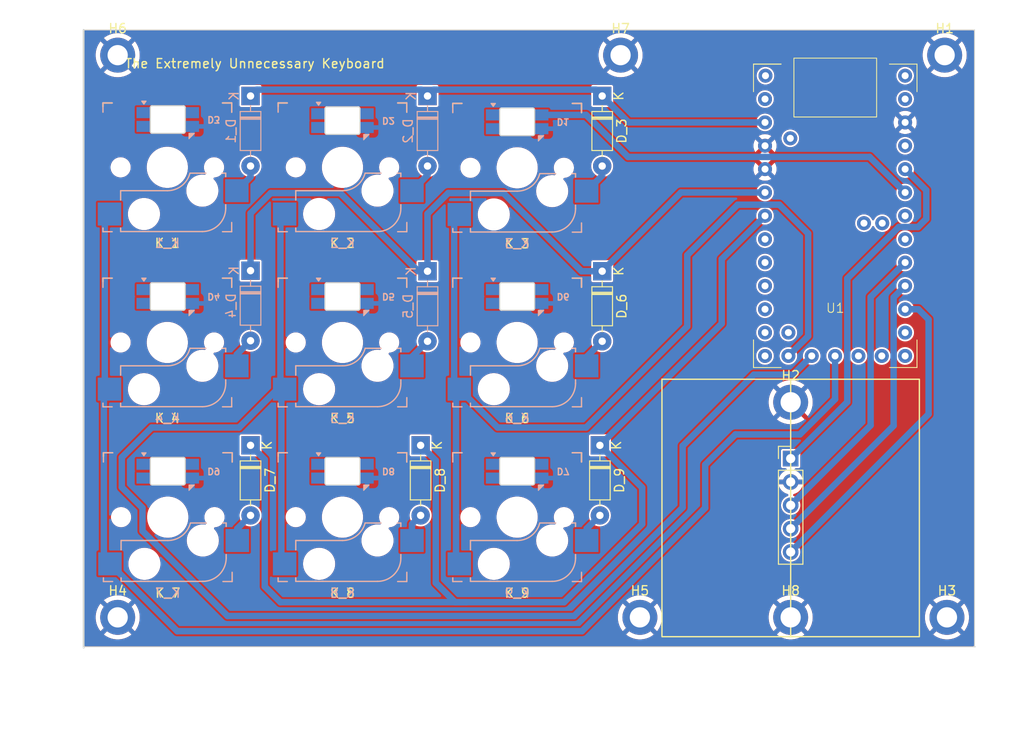
<source format=kicad_pcb>
(kicad_pcb (version 20241229) (generator "pcbnew") (generator_version "9.0")
  (layers (0 "F.Cu" signal) (2 "B.Cu" signal) (13 "F.Paste" user) (15 "B.Paste" user) (5 "F.SilkS" user "F.Silkscreen") (7 "B.SilkS" user "B.Silkscreen") (1 "F.Mask" user) (3 "B.Mask" user) (25 "Edge.Cuts" user))
  (net 0 "")
  (net 1 "col0")
  (net 2 "col1")
  (net 3 "row0")
  (net 4 "row1")
  (net 5 "Net-(D_4-A)")
  (net 6 "Net-(D_5-A)")
  (net 7 "Net-(D1-DOUT)")
  (net 9 "Net-(D2-DOUT)")
  (net 10 "Net-(D3-DOUT)")
  (net 19 "LED_POWER")
  (net 20 "GND")
  (net 21 "LED")
  (net 24 "IO2")
  (net 25 "3V3")
  (net 26 "IO3")
  (net 27 "IO1")
  (net 37 "Net-(D4-DOUT)")
  (net 38 "Net-(D5-DOUT)")
  (net 39 "Net-(D6-DOUT)")
  (net 40 "Net-(D7-DOUT)")
  (net 41 "Net-(D8-DOUT)")
  (net 43 "Net-(D_1-A)")
  (net 44 "Net-(D_2-A)")
  (net 45 "Net-(D_3-A)")
  (net 46 "Net-(D_6-A)")
  (net 47 "Net-(D_7-A)")
  (net 48 "row2")
  (net 49 "Net-(D_8-A)")
  (net 50 "Net-(D_9-A)")
  (net 51 "col2")
  (footprint "EUK:Kailh_socket_MX" (layer "F.Cu") (at 190.2 144.95 180)
    (property "Reference" "K_1" (at 0 -8.255 0) (layer "F.SilkS"))
    (property "Value" "KEYSW" (hide yes))
    (fp_text user "${REFERENCE}" (at 0 -8.255 0) (layer "B.SilkS") (effects (justify mirror)))
    (pad "" np_thru_hole circle (at -5.08 0 180) (size 1.7018 1.7018) (drill 1.7018) (layers "*.Cu" "*.Mask"))
    (pad "" np_thru_hole circle (at -3.81 -2.54 180) (size 3 3) (drill 3) (layers "*.Cu" "*.Mask"))
    (pad "" np_thru_hole circle (at 0 0 180) (size 3.9878 3.9878) (drill 3.9878) (layers "*.Cu" "*.Mask"))
    (pad "" np_thru_hole circle (at 2.54 -5.08 180) (size 3 3) (drill 3) (layers "*.Cu" "*.Mask"))
    (pad "" np_thru_hole circle (at 5.08 0 180) (size 1.7018 1.7018) (drill 1.7018) (layers "*.Cu" "*.Mask"))
    (pad "1" smd rect (at 6.29 -5.08 180) (size 2.55 2.5) (layers "B.Cu" "B.Mask" "B.Paste") (net 1 "col0"))
    (pad "2" smd rect (at -7.56 -2.54 180) (size 2.55 2.5) (layers "B.Cu" "B.Mask" "B.Paste") (net 43 "Net-(D_1-A)"))
  )
  (footprint "EUK:Kailh_socket_MX" (layer "F.Cu") (at 209.25 144.95 180)
    (property "Reference" "K_2" (at 0 -8.255 0) (layer "F.SilkS"))
    (property "Value" "KEYSW")
    (fp_text user "${REFERENCE}" (at 0 -8.255 0) (layer "B.SilkS") (effects (justify mirror)))
    (pad "" np_thru_hole circle (at -5.08 0 180) (size 1.7018 1.7018) (drill 1.7018) (layers "*.Cu" "*.Mask"))
    (pad "" np_thru_hole circle (at -3.81 -2.54 180) (size 3 3) (drill 3) (layers "*.Cu" "*.Mask"))
    (pad "" np_thru_hole circle (at 0 0 180) (size 3.9878 3.9878) (drill 3.9878) (layers "*.Cu" "*.Mask"))
    (pad "" np_thru_hole circle (at 2.54 -5.08 180) (size 3 3) (drill 3) (layers "*.Cu" "*.Mask"))
    (pad "" np_thru_hole circle (at 5.08 0 180) (size 1.7018 1.7018) (drill 1.7018) (layers "*.Cu" "*.Mask"))
    (pad "1" smd rect (at 6.29 -5.08 180) (size 2.55 2.5) (layers "B.Cu" "B.Mask" "B.Paste") (net 2 "col1"))
    (pad "2" smd rect (at -7.56 -2.54 180) (size 2.55 2.5) (layers "B.Cu" "B.Mask" "B.Paste") (net 44 "Net-(D_2-A)"))
  )
  (footprint "EUK:Kailh_socket_MX" (layer "F.Cu") (at 190.2 164 180)
    (property "Reference" "K_4" (at 0 -8.255 0) (layer "F.SilkS"))
    (property "Value" "KEYSW")
    (fp_text user "${REFERENCE}" (at 0 -8.255 0) (layer "B.SilkS") (effects (justify mirror)))
    (pad "" np_thru_hole circle (at -5.08 0 180) (size 1.7018 1.7018) (drill 1.7018) (layers "*.Cu" "*.Mask"))
    (pad "" np_thru_hole circle (at -3.81 -2.54 180) (size 3 3) (drill 3) (layers "*.Cu" "*.Mask"))
    (pad "" np_thru_hole circle (at 0 0 180) (size 3.9878 3.9878) (drill 3.9878) (layers "*.Cu" "*.Mask"))
    (pad "" np_thru_hole circle (at 2.54 -5.08 180) (size 3 3) (drill 3) (layers "*.Cu" "*.Mask"))
    (pad "" np_thru_hole circle (at 5.08 0 180) (size 1.7018 1.7018) (drill 1.7018) (layers "*.Cu" "*.Mask"))
    (pad "1" smd rect (at 6.29 -5.08 180) (size 2.55 2.5) (layers "B.Cu" "B.Mask" "B.Paste") (net 1 "col0"))
    (pad "2" smd rect (at -7.56 -2.54 180) (size 2.55 2.5) (layers "B.Cu" "B.Mask" "B.Paste") (net 5 "Net-(D_4-A)"))
  )
  (footprint "EUK:Kailh_socket_MX" (layer "F.Cu") (at 209.25 164 180)
    (property "Reference" "K_5" (at 0 -8.255 0) (layer "F.SilkS"))
    (property "Value" "KEYSW")
    (fp_text user "${REFERENCE}" (at 0 -8.255 0) (layer "B.SilkS") (effects (justify mirror)))
    (pad "" np_thru_hole circle (at -5.08 0 180) (size 1.7018 1.7018) (drill 1.7018) (layers "*.Cu" "*.Mask"))
    (pad "" np_thru_hole circle (at -3.81 -2.54 180) (size 3 3) (drill 3) (layers "*.Cu" "*.Mask"))
    (pad "" np_thru_hole circle (at 0 0 180) (size 3.9878 3.9878) (drill 3.9878) (layers "*.Cu" "*.Mask"))
    (pad "" np_thru_hole circle (at 2.54 -5.08 180) (size 3 3) (drill 3) (layers "*.Cu" "*.Mask"))
    (pad "" np_thru_hole circle (at 5.08 0 180) (size 1.7018 1.7018) (drill 1.7018) (layers "*.Cu" "*.Mask"))
    (pad "1" smd rect (at 6.29 -5.08 180) (size 2.55 2.5) (layers "B.Cu" "B.Mask" "B.Paste") (net 2 "col1"))
    (pad "2" smd rect (at -7.56 -2.54 180) (size 2.55 2.5) (layers "B.Cu" "B.Mask" "B.Paste") (net 6 "Net-(D_5-A)"))
  )
  (footprint "MountingHole:MountingHole_2.2mm_M2_DIN965_Pad" (layer "F.Cu") (at 258 193.9)
    (property "Reference" "H8" (at 0 -2.9 0) (layer "F.SilkS"))
    (property "Value" "MountingHole_Pad_MP")
    (pad "1" thru_hole circle (at 0 0) (size 3.8 3.8) (drill 2.2) (layers "*.Cu" "*.Mask") (net 20 "GND"))
  )
  (footprint "EUK:SK6812-MINI-E" (layer "F.Cu") (at 209.25 139.86875)
    (property "Reference" "D2" (at 5 0 180) (layer "B.SilkS") (effects (font (size 0.7 0.7)) (justify mirror)))
    (property "Value" "WS2812B" (hide yes))
    (fp_line (start -1.9 1.3) (end -1.9 -1.3) (stroke (width 0.12)) (layer "Edge.Cuts"))
    (fp_line (start -1.7 -1.5) (end 1.7 -1.5) (stroke (width 0.12)) (layer "Edge.Cuts"))
    (fp_line (start 1.7 1.5) (end -1.7 1.5) (stroke (width 0.12)) (layer "Edge.Cuts"))
    (fp_line (start 1.9 -1.3) (end 1.9 1.3) (stroke (width 0.12)) (layer "Edge.Cuts"))
    (fp_arc (start -1.9 -1.3) (mid -1.841421 -1.441421) (end -1.7 -1.5) (stroke (width 0.12)) (layer "Edge.Cuts"))
    (fp_arc (start -1.7 1.5) (mid -1.841421 1.441421) (end -1.9 1.3) (stroke (width 0.12)) (layer "Edge.Cuts"))
    (fp_arc (start 1.7 -1.5) (mid 1.841421 -1.441421) (end 1.9 -1.3) (stroke (width 0.12)) (layer "Edge.Cuts"))
    (fp_arc (start 1.9 1.3) (mid 1.841421 1.441421) (end 1.7 1.5) (stroke (width 0.12)) (layer "Edge.Cuts"))
    (pad "1" smd rect (at -2.675 0.75) (size 1.45 1.2) (layers "B.Cu" "B.Mask" "B.Paste") (net 9 "Net-(D2-DOUT)"))
    (pad "2" smd rect (at 2.675 0.75) (size 1.45 1.2) (layers "B.Cu" "B.Mask" "B.Paste") (net 20 "GND"))
    (pad "3" smd rect (at 2.675 -0.75) (size 1.45 1.2) (layers "B.Cu" "B.Mask" "B.Paste") (net 7 "Net-(D1-DOUT)"))
    (pad "4" smd rect (at -2.675 -0.75) (size 1.45 1.2) (layers "B.Cu" "B.Mask" "B.Paste") (net 19 "LED_POWER"))
  )
  (footprint "EUK:D_DO-35_SOD27_P7.62mm_Horizontal" (layer "F.Cu") (at 199.25 175.19 -90)
    (property "Reference" "D_7" (at 3.81 -2.12 90) (layer "F.SilkS"))
    (property "Value" "D")
    (fp_text user "K" (at 0 -1.8 90) (layer "F.SilkS"))
    (pad "1" thru_hole rect (at 0 0 270) (size 2 2) (drill 0.8) (layers "*.Cu" "*.Mask") (net 48 "row2"))
    (pad "2" thru_hole oval (at 7.62 0 270) (size 2 2) (drill 0.8) (layers "*.Cu" "*.Mask") (net 47 "Net-(D_7-A)"))
  )
  (footprint "EUK:D_DO-35_SOD27_P7.62mm_Horizontal" (layer "F.Cu") (at 217.75 175.19 -90)
    (property "Reference" "D_8" (at 3.81 -2.12 90) (layer "F.SilkS"))
    (property "Value" "D")
    (fp_text user "K" (at 0 -1.8 90) (layer "F.SilkS"))
    (pad "1" thru_hole rect (at 0 0 270) (size 2 2) (drill 0.8) (layers "*.Cu" "*.Mask") (net 48 "row2"))
    (pad "2" thru_hole oval (at 7.62 0 270) (size 2 2) (drill 0.8) (layers "*.Cu" "*.Mask") (net 49 "Net-(D_8-A)"))
  )
  (footprint "EUK:SK6812-MINI-E" (layer "F.Cu") (at 209.25 159)
    (property "Reference" "D5" (at 5 0 180) (layer "B.SilkS") (effects (font (size 0.7 0.7)) (justify mirror)))
    (property "Value" "WS2812B" (hide yes))
    (fp_line (start -1.9 1.3) (end -1.9 -1.3) (stroke (width 0.12)) (layer "Edge.Cuts"))
    (fp_line (start -1.7 -1.5) (end 1.7 -1.5) (stroke (width 0.12)) (layer "Edge.Cuts"))
    (fp_line (start 1.7 1.5) (end -1.7 1.5) (stroke (width 0.12)) (layer "Edge.Cuts"))
    (fp_line (start 1.9 -1.3) (end 1.9 1.3) (stroke (width 0.12)) (layer "Edge.Cuts"))
    (fp_arc (start -1.9 -1.3) (mid -1.841421 -1.441421) (end -1.7 -1.5) (stroke (width 0.12)) (layer "Edge.Cuts"))
    (fp_arc (start -1.7 1.5) (mid -1.841421 1.441421) (end -1.9 1.3) (stroke (width 0.12)) (layer "Edge.Cuts"))
    (fp_arc (start 1.7 -1.5) (mid 1.841421 -1.441421) (end 1.9 -1.3) (stroke (width 0.12)) (layer "Edge.Cuts"))
    (fp_arc (start 1.9 1.3) (mid 1.841421 1.441421) (end 1.7 1.5) (stroke (width 0.12)) (layer "Edge.Cuts"))
    (pad "1" smd rect (at -2.675 0.75) (size 1.45 1.2) (layers "B.Cu" "B.Mask" "B.Paste") (net 38 "Net-(D5-DOUT)"))
    (pad "2" smd rect (at 2.675 0.75) (size 1.45 1.2) (layers "B.Cu" "B.Mask" "B.Paste") (net 20 "GND"))
    (pad "3" smd rect (at 2.675 -0.75) (size 1.45 1.2) (layers "B.Cu" "B.Mask" "B.Paste") (net 37 "Net-(D4-DOUT)"))
    (pad "4" smd rect (at -2.675 -0.75) (size 1.45 1.2) (layers "B.Cu" "B.Mask" "B.Paste") (net 19 "LED_POWER"))
  )
  (footprint "Connector_PinHeader_2.54mm:PinHeader_1x05_P2.54mm_Vertical" (layer "F.Cu") (at 258 176.63)
    (property "Reference" "J2" (hide yes))
    (property "Value" "IO")
    (pad "1" thru_hole rect (at 0 0) (size 1.7 1.7) (drill 1) (layers "*.Cu" "*.Mask") (net 25 "3V3"))
    (pad "2" thru_hole oval (at 0 2.54) (size 1.7 1.7) (drill 1) (layers "*.Cu" "*.Mask") (net 20 "GND"))
    (pad "3" thru_hole oval (at 0 5.08) (size 1.7 1.7) (drill 1) (layers "*.Cu" "*.Mask") (net 27 "IO1"))
    (pad "4" thru_hole oval (at 0 7.62) (size 1.7 1.7) (drill 1) (layers "*.Cu" "*.Mask") (net 24 "IO2"))
    (pad "5" thru_hole oval (at 0 10.16) (size 1.7 1.7) (drill 1) (layers "*.Cu" "*.Mask") (net 26 "IO3"))
  )
  (footprint "EUK:Kailh_socket_MX" (layer "F.Cu") (at 228.25 145 180)
    (property "Reference" "K_3" (at 0 -8.255 180) (layer "F.SilkS"))
    (property "Value" "KEYSW")
    (fp_text user "${REFERENCE}" (at 0 -8.255 180) (layer "B.SilkS") (effects (justify mirror)))
    (pad "" np_thru_hole circle (at -5.08 0 180) (size 1.7018 1.7018) (drill 1.7018) (layers "*.Cu" "*.Mask"))
    (pad "" np_thru_hole circle (at -3.81 -2.54 180) (size 3 3) (drill 3) (layers "*.Cu" "*.Mask"))
    (pad "" np_thru_hole circle (at 0 0 180) (size 3.9878 3.9878) (drill 3.9878) (layers "*.Cu" "*.Mask"))
    (pad "" np_thru_hole circle (at 2.54 -5.08 180) (size 3 3) (drill 3) (layers "*.Cu" "*.Mask"))
    (pad "" np_thru_hole circle (at 5.08 0 180) (size 1.7018 1.7018) (drill 1.7018) (layers "*.Cu" "*.Mask"))
    (pad "1" smd rect (at 6.29 -5.08 180) (size 2.55 2.5) (layers "B.Cu" "B.Mask" "B.Paste") (net 51 "col2"))
    (pad "2" smd rect (at -7.56 -2.54 180) (size 2.55 2.5) (layers "B.Cu" "B.Mask" "B.Paste") (net 45 "Net-(D_3-A)"))
  )
  (footprint "EUK:Kailh_socket_MX" (layer "F.Cu") (at 190.25 183 180)
    (property "Reference" "K_7" (at 0 -8.255 180) (layer "F.SilkS"))
    (property "Value" "KEYSW")
    (fp_text user "${REFERENCE}" (at 0 -8.255 180) (layer "B.SilkS") (effects (justify mirror)))
    (pad "" np_thru_hole circle (at -5.08 0 180) (size 1.7018 1.7018) (drill 1.7018) (layers "*.Cu" "*.Mask"))
    (pad "" np_thru_hole circle (at -3.81 -2.54 180) (size 3 3) (drill 3) (layers "*.Cu" "*.Mask"))
    (pad "" np_thru_hole circle (at 0 0 180) (size 3.9878 3.9878) (drill 3.9878) (layers "*.Cu" "*.Mask"))
    (pad "" np_thru_hole circle (at 2.54 -5.08 180) (size 3 3) (drill 3) (layers "*.Cu" "*.Mask"))
    (pad "" np_thru_hole circle (at 5.08 0 180) (size 1.7018 1.7018) (drill 1.7018) (layers "*.Cu" "*.Mask"))
    (pad "1" smd rect (at 6.29 -5.08 180) (size 2.55 2.5) (layers "B.Cu" "B.Mask" "B.Paste") (net 1 "col0"))
    (pad "2" smd rect (at -7.56 -2.54 180) (size 2.55 2.5) (layers "B.Cu" "B.Mask" "B.Paste") (net 47 "Net-(D_7-A)"))
  )
  (footprint "MountingHole:MountingHole_2.2mm_M2_DIN965_Pad" (layer "F.Cu") (at 241.6 193.9)
    (property "Reference" "H5" (at 0 -2.9 0) (layer "F.SilkS"))
    (property "Value" "MountingHole_Pad_MP")
    (pad "1" thru_hole circle (at 0 0) (size 3.8 3.8) (drill 2.2) (layers "*.Cu" "*.Mask") (net 20 "GND"))
  )
  (footprint "EUK:SK6812-MINI-E" (layer "F.Cu") (at 190.25 178)
    (property "Reference" "D9" (at 5 0 180) (layer "B.SilkS") (effects (font (size 0.7 0.7)) (justify mirror)))
    (property "Value" "WS2812B" (hide yes))
    (fp_line (start -1.9 1.3) (end -1.9 -1.3) (stroke (width 0.12)) (layer "Edge.Cuts"))
    (fp_line (start -1.7 -1.5) (end 1.7 -1.5) (stroke (width 0.12)) (layer "Edge.Cuts"))
    (fp_line (start 1.7 1.5) (end -1.7 1.5) (stroke (width 0.12)) (layer "Edge.Cuts"))
    (fp_line (start 1.9 -1.3) (end 1.9 1.3) (stroke (width 0.12)) (layer "Edge.Cuts"))
    (fp_arc (start -1.9 -1.3) (mid -1.841421 -1.441421) (end -1.7 -1.5) (stroke (width 0.12)) (layer "Edge.Cuts"))
    (fp_arc (start -1.7 1.5) (mid -1.841421 1.441421) (end -1.9 1.3) (stroke (width 0.12)) (layer "Edge.Cuts"))
    (fp_arc (start 1.7 -1.5) (mid 1.841421 -1.441421) (end 1.9 -1.3) (stroke (width 0.12)) (layer "Edge.Cuts"))
    (fp_arc (start 1.9 1.3) (mid 1.841421 1.441421) (end 1.7 1.5) (stroke (width 0.12)) (layer "Edge.Cuts"))
    (pad "1" smd rect (at -2.675 0.75) (size 1.45 1.2) (layers "B.Cu" "B.Mask" "B.Paste"))
    (pad "2" smd rect (at 2.675 0.75) (size 1.45 1.2) (layers "B.Cu" "B.Mask" "B.Paste") (net 20 "GND"))
    (pad "3" smd rect (at 2.675 -0.75) (size 1.45 1.2) (layers "B.Cu" "B.Mask" "B.Paste") (net 41 "Net-(D8-DOUT)"))
    (pad "4" smd rect (at -2.675 -0.75) (size 1.45 1.2) (layers "B.Cu" "B.Mask" "B.Paste") (net 19 "LED_POWER"))
  )
  (footprint "RP2040 pro micro:pro_micro_rp2040" (layer "F.Cu") (at 253.96 166.725)
    (property "Reference" "U1" (at 8.89 -6.46 0) (layer "F.SilkS") (effects (font (thickness 0.1))))
    (property "Value" "~")
    (pad "0" thru_hole circle (at 1.25 -29.2) (size 1.524 1.524) (drill 0.762) (layers "*.Cu" "*.Mask"))
    (pad "1" thru_hole circle (at 1.25 -26.66) (size 1.524 1.524) (drill 0.762) (layers "*.Cu" "*.Mask") (net 3 "row0"))
    (pad "2" thru_hole circle (at 1.25 -19.04) (size 1.524 1.524) (drill 0.762) (layers "*.Cu" "*.Mask") (net 4 "row1"))
    (pad "3" thru_hole circle (at 1.25 -16.5) (size 1.524 1.524) (drill 0.762) (layers "*.Cu" "*.Mask") (net 48 "row2"))
    (pad "3V3" thru_hole circle (at 16.49 -21.58) (size 1.524 1.524) (drill 0.762) (layers "*.Cu" "*.Mask") (net 25 "3V3"))
    (pad "4" thru_hole circle (at 1.25 -13.96) (size 1.524 1.524) (drill 0.762) (layers "*.Cu" "*.Mask"))
    (pad "5" thru_hole circle (at 1.25 -11.42) (size 1.524 1.524) (drill 0.762) (layers "*.Cu" "*.Mask"))
    (pad "5V" thru_hole circle (at 16.49 -29.2) (size 1.524 1.524) (drill 0.762) (layers "*.Cu" "*.Mask") (net 19 "LED_POWER"))
    (pad "6" thru_hole circle (at 1.25 -8.88) (size 1.524 1.524) (drill 0.762) (layers "*.Cu" "*.Mask"))
    (pad "7" thru_hole circle (at 1.25 -6.34) (size 1.524 1.524) (drill 0.762) (layers "*.Cu" "*.Mask"))
    (pad "8" thru_hole circle (at 1.25 -3.8) (size 1.524 1.524) (drill 0.762) (layers "*.Cu" "*.Mask"))
    (pad "9" thru_hole circle (at 1.25 -1.26) (size 1.524 1.524) (drill 0.762) (layers "*.Cu" "*.Mask"))
    (pad "10" thru_hole circle (at 1.3 -31.74) (size 1.524 1.524) (drill 0.762) (layers "*.Cu" "*.Mask"))
    (pad "11" thru_hole circle (at 16.49 -31.74) (size 1.524 1.524) (drill 0.762) (layers "*.Cu" "*.Mask"))
    (pad "12" thru_hole circle (at 3.79 -1.26) (size 1.524 1.524) (drill 0.762) (layers "*.Cu" "*.Mask") (net 51 "col2"))
    (pad "13" thru_hole circle (at 6.33 -1.26) (size 1.524 1.524) (drill 0.762) (layers "*.Cu" "*.Mask") (net 2 "col1"))
    (pad "14" thru_hole circle (at 8.87 -1.26) (size 1.524 1.524) (drill 0.762) (layers "*.Cu" "*.Mask") (net 1 "col0"))
    (pad "15" thru_hole circle (at 11.41 -1.26) (size 1.524 1.524) (drill 0.762) (layers "*.Cu" "*.Mask"))
    (pad "16" thru_hole circle (at 13.95 -1.26) (size 1.524 1.524) (drill 0.762) (layers "*.Cu" "*.Mask"))
    (pad "18" thru_hole circle (at 12.01 -15.7) (size 1.524 1.524) (drill 0.762) (layers "*.Cu" "*.Mask"))
    (pad "20" thru_hole circle (at 16.49 -6.34) (size 1.524 1.524) (drill 0.762) (layers "*.Cu" "*.Mask") (net 26 "IO3"))
    (pad "21" thru_hole circle (at 16.49 -1.26) (size 1.524 1.524) (drill 0.762) (layers "*.Cu" "*.Mask"))
    (pad "22" thru_hole circle (at 16.49 -8.88) (size 1.524 1.524) (drill 0.762) (layers "*.Cu" "*.Mask") (net 24 "IO2"))
    (pad "23" thru_hole circle (at 16.49 -3.8) (size 1.524 1.524) (drill 0.762) (layers "*.Cu" "*.Mask"))
    (pad "24" thru_hole circle (at 14 -15.7) (size 1.524 1.524) (drill 0.762) (layers "*.Cu" "*.Mask"))
    (pad "25" thru_hole circle (at 3.79 -3.8) (size 1.524 1.524) (drill 0.762) (layers "*.Cu" "*.Mask"))
    (pad "26" thru_hole circle (at 16.49 -11.42) (size 1.524 1.524) (drill 0.762) (layers "*.Cu" "*.Mask") (net 27 "IO1"))
    (pad "27" thru_hole circle (at 16.49 -13.96) (size 1.524 1.524) (drill 0.762) (layers "*.Cu" "*.Mask"))
    (pad "28" thru_hole circle (at 16.49 -16.5) (size 1.524 1.524) (drill 0.762) (layers "*.Cu" "*.Mask"))
    (pad "29" thru_hole circle (at 16.49 -19.04) (size 1.524 1.524) (drill 0.762) (layers "*.Cu" "*.Mask") (net 21 "LED"))
    (pad "BOOT" thru_hole circle (at 4 -24.93) (size 1.524 1.524) (drill 0.762) (layers "*.Cu" "*.Mask"))
    (pad "GND" thru_hole circle (at 1.25 -24.12) (size 1.524 1.524) (drill 0.762) (layers "*.Cu" "*.Mask") (net 20 "GND"))
    (pad "GND" thru_hole circle (at 1.25 -21.58) (size 1.524 1.524) (drill 0.762) (layers "*.Cu" "*.Mask") (net 20 "GND"))
    (pad "GND" thru_hole circle (at 16.49 -26.66) (size 1.524 1.524) (drill 0.762) (layers "*.Cu" "*.Mask") (net 20 "GND"))
    (pad "RST" thru_hole circle (at 16.49 -24.12) (size 1.524 1.524) (drill 0.762) (layers "*.Cu" "*.Mask"))
  )
  (footprint "EUK:SK6812-MINI-E" (layer "F.Cu") (at 228.25 159)
    (property "Reference" "D6" (at 5 0 180) (layer "B.SilkS") (effects (font (size 0.7 0.7)) (justify mirror)))
    (property "Value" "WS2812B" (hide yes))
    (fp_line (start -1.9 1.3) (end -1.9 -1.3) (stroke (width 0.12)) (layer "Edge.Cuts"))
    (fp_line (start -1.7 -1.5) (end 1.7 -1.5) (stroke (width 0.12)) (layer "Edge.Cuts"))
    (fp_line (start 1.7 1.5) (end -1.7 1.5) (stroke (width 0.12)) (layer "Edge.Cuts"))
    (fp_line (start 1.9 -1.3) (end 1.9 1.3) (stroke (width 0.12)) (layer "Edge.Cuts"))
    (fp_arc (start -1.9 -1.3) (mid -1.841421 -1.441421) (end -1.7 -1.5) (stroke (width 0.12)) (layer "Edge.Cuts"))
    (fp_arc (start -1.7 1.5) (mid -1.841421 1.441421) (end -1.9 1.3) (stroke (width 0.12)) (layer "Edge.Cuts"))
    (fp_arc (start 1.7 -1.5) (mid 1.841421 -1.441421) (end 1.9 -1.3) (stroke (width 0.12)) (layer "Edge.Cuts"))
    (fp_arc (start 1.9 1.3) (mid 1.841421 1.441421) (end 1.7 1.5) (stroke (width 0.12)) (layer "Edge.Cuts"))
    (pad "1" smd rect (at -2.675 0.75) (size 1.45 1.2) (layers "B.Cu" "B.Mask" "B.Paste") (net 39 "Net-(D6-DOUT)"))
    (pad "2" smd rect (at 2.675 0.75) (size 1.45 1.2) (layers "B.Cu" "B.Mask" "B.Paste") (net 20 "GND"))
    (pad "3" smd rect (at 2.675 -0.75) (size 1.45 1.2) (layers "B.Cu" "B.Mask" "B.Paste") (net 38 "Net-(D5-DOUT)"))
    (pad "4" smd rect (at -2.675 -0.75) (size 1.45 1.2) (layers "B.Cu" "B.Mask" "B.Paste") (net 19 "LED_POWER"))
  )
  (footprint "EUK:SK6812-MINI-E" (layer "F.Cu") (at 190.25 139.75)
    (property "Reference" "D3" (at 5 0 180) (layer "B.SilkS") (effects (font (size 0.7 0.7)) (justify mirror)))
    (property "Value" "WS2812B" (hide yes))
    (fp_line (start -1.9 1.3) (end -1.9 -1.3) (stroke (width 0.12)) (layer "Edge.Cuts"))
    (fp_line (start -1.7 -1.5) (end 1.7 -1.5) (stroke (width 0.12)) (layer "Edge.Cuts"))
    (fp_line (start 1.7 1.5) (end -1.7 1.5) (stroke (width 0.12)) (layer "Edge.Cuts"))
    (fp_line (start 1.9 -1.3) (end 1.9 1.3) (stroke (width 0.12)) (layer "Edge.Cuts"))
    (fp_arc (start -1.9 -1.3) (mid -1.841421 -1.441421) (end -1.7 -1.5) (stroke (width 0.12)) (layer "Edge.Cuts"))
    (fp_arc (start -1.7 1.5) (mid -1.841421 1.441421) (end -1.9 1.3) (stroke (width 0.12)) (layer "Edge.Cuts"))
    (fp_arc (start 1.7 -1.5) (mid 1.841421 -1.441421) (end 1.9 -1.3) (stroke (width 0.12)) (layer "Edge.Cuts"))
    (fp_arc (start 1.9 1.3) (mid 1.841421 1.441421) (end 1.7 1.5) (stroke (width 0.12)) (layer "Edge.Cuts"))
    (pad "1" smd rect (at -2.675 0.75) (size 1.45 1.2) (layers "B.Cu" "B.Mask" "B.Paste") (net 10 "Net-(D3-DOUT)"))
    (pad "2" smd rect (at 2.675 0.75) (size 1.45 1.2) (layers "B.Cu" "B.Mask" "B.Paste") (net 20 "GND"))
    (pad "3" smd rect (at 2.675 -0.75) (size 1.45 1.2) (layers "B.Cu" "B.Mask" "B.Paste") (net 9 "Net-(D2-DOUT)"))
    (pad "4" smd rect (at -2.675 -0.75) (size 1.45 1.2) (layers "B.Cu" "B.Mask" "B.Paste") (net 19 "LED_POWER"))
  )
  (footprint "EUK:Kailh_socket_MX" (layer "F.Cu") (at 209.25 183 180)
    (property "Reference" "K_8" (at 0 -8.255 180) (layer "F.SilkS"))
    (property "Value" "KEYSW")
    (fp_text user "${REFERENCE}" (at 0 -8.255 180) (layer "B.SilkS") (effects (justify mirror)))
    (pad "" np_thru_hole circle (at -5.08 0 180) (size 1.7018 1.7018) (drill 1.7018) (layers "*.Cu" "*.Mask"))
    (pad "" np_thru_hole circle (at -3.81 -2.54 180) (size 3 3) (drill 3) (layers "*.Cu" "*.Mask"))
    (pad "" np_thru_hole circle (at 0 0 180) (size 3.9878 3.9878) (drill 3.9878) (layers "*.Cu" "*.Mask"))
    (pad "" np_thru_hole circle (at 2.54 -5.08 180) (size 3 3) (drill 3) (layers "*.Cu" "*.Mask"))
    (pad "" np_thru_hole circle (at 5.08 0 180) (size 1.7018 1.7018) (drill 1.7018) (layers "*.Cu" "*.Mask"))
    (pad "1" smd rect (at 6.29 -5.08 180) (size 2.55 2.5) (layers "B.Cu" "B.Mask" "B.Paste") (net 2 "col1"))
    (pad "2" smd rect (at -7.56 -2.54 180) (size 2.55 2.5) (layers "B.Cu" "B.Mask" "B.Paste") (net 49 "Net-(D_8-A)"))
  )
  (footprint "EUK:SK6812-MINI-E" (layer "F.Cu") (at 228.25 140)
    (property "Reference" "D1" (at 5 0 180) (layer "B.SilkS") (effects (font (size 0.7 0.7)) (justify mirror)))
    (property "Value" "WS2812B" (hide yes))
    (fp_line (start -1.9 1.3) (end -1.9 -1.3) (stroke (width 0.12)) (layer "Edge.Cuts"))
    (fp_line (start -1.7 -1.5) (end 1.7 -1.5) (stroke (width 0.12)) (layer "Edge.Cuts"))
    (fp_line (start 1.7 1.5) (end -1.7 1.5) (stroke (width 0.12)) (layer "Edge.Cuts"))
    (fp_line (start 1.9 -1.3) (end 1.9 1.3) (stroke (width 0.12)) (layer "Edge.Cuts"))
    (fp_arc (start -1.9 -1.3) (mid -1.841421 -1.441421) (end -1.7 -1.5) (stroke (width 0.12)) (layer "Edge.Cuts"))
    (fp_arc (start -1.7 1.5) (mid -1.841421 1.441421) (end -1.9 1.3) (stroke (width 0.12)) (layer "Edge.Cuts"))
    (fp_arc (start 1.7 -1.5) (mid 1.841421 -1.441421) (end 1.9 -1.3) (stroke (width 0.12)) (layer "Edge.Cuts"))
    (fp_arc (start 1.9 1.3) (mid 1.841421 1.441421) (end 1.7 1.5) (stroke (width 0.12)) (layer "Edge.Cuts"))
    (pad "1" smd rect (at -2.675 0.75) (size 1.45 1.2) (layers "B.Cu" "B.Mask" "B.Paste") (net 7 "Net-(D1-DOUT)"))
    (pad "2" smd rect (at 2.675 0.75) (size 1.45 1.2) (layers "B.Cu" "B.Mask" "B.Paste") (net 20 "GND"))
    (pad "3" smd rect (at 2.675 -0.75) (size 1.45 1.2) (layers "B.Cu" "B.Mask" "B.Paste") (net 21 "LED"))
    (pad "4" smd rect (at -2.675 -0.75) (size 1.45 1.2) (layers "B.Cu" "B.Mask" "B.Paste") (net 19 "LED_POWER"))
  )
  (footprint "EUK:SK6812-MINI-E" (layer "F.Cu") (at 228.25 178)
    (property "Reference" "D7" (at 5 0 180) (layer "B.SilkS") (effects (font (size 0.7 0.7)) (justify mirror)))
    (property "Value" "WS2812B" (hide yes))
    (fp_line (start -1.9 1.3) (end -1.9 -1.3) (stroke (width 0.12)) (layer "Edge.Cuts"))
    (fp_line (start -1.7 -1.5) (end 1.7 -1.5) (stroke (width 0.12)) (layer "Edge.Cuts"))
    (fp_line (start 1.7 1.5) (end -1.7 1.5) (stroke (width 0.12)) (layer "Edge.Cuts"))
    (fp_line (start 1.9 -1.3) (end 1.9 1.3) (stroke (width 0.12)) (layer "Edge.Cuts"))
    (fp_arc (start -1.9 -1.3) (mid -1.841421 -1.441421) (end -1.7 -1.5) (stroke (width 0.12)) (layer "Edge.Cuts"))
    (fp_arc (start -1.7 1.5) (mid -1.841421 1.441421) (end -1.9 1.3) (stroke (width 0.12)) (layer "Edge.Cuts"))
    (fp_arc (start 1.7 -1.5) (mid 1.841421 -1.441421) (end 1.9 -1.3) (stroke (width 0.12)) (layer "Edge.Cuts"))
    (fp_arc (start 1.9 1.3) (mid 1.841421 1.441421) (end 1.7 1.5) (stroke (width 0.12)) (layer "Edge.Cuts"))
    (pad "1" smd rect (at -2.675 0.75) (size 1.45 1.2) (layers "B.Cu" "B.Mask" "B.Paste") (net 40 "Net-(D7-DOUT)"))
    (pad "2" smd rect (at 2.675 0.75) (size 1.45 1.2) (layers "B.Cu" "B.Mask" "B.Paste") (net 20 "GND"))
    (pad "3" smd rect (at 2.675 -0.75) (size 1.45 1.2) (layers "B.Cu" "B.Mask" "B.Paste") (net 39 "Net-(D6-DOUT)"))
    (pad "4" smd rect (at -2.675 -0.75) (size 1.45 1.2) (layers "B.Cu" "B.Mask" "B.Paste") (net 19 "LED_POWER"))
  )
  (footprint "EUK:SK6812-MINI-E" (layer "F.Cu") (at 209.25 178)
    (property "Reference" "D8" (at 5 0 180) (layer "B.SilkS") (effects (font (size 0.7 0.7)) (justify mirror)))
    (property "Value" "WS2812B" (hide yes))
    (fp_line (start -1.9 1.3) (end -1.9 -1.3) (stroke (width 0.12)) (layer "Edge.Cuts"))
    (fp_line (start -1.7 -1.5) (end 1.7 -1.5) (stroke (width 0.12)) (layer "Edge.Cuts"))
    (fp_line (start 1.7 1.5) (end -1.7 1.5) (stroke (width 0.12)) (layer "Edge.Cuts"))
    (fp_line (start 1.9 -1.3) (end 1.9 1.3) (stroke (width 0.12)) (layer "Edge.Cuts"))
    (fp_arc (start -1.9 -1.3) (mid -1.841421 -1.441421) (end -1.7 -1.5) (stroke (width 0.12)) (layer "Edge.Cuts"))
    (fp_arc (start -1.7 1.5) (mid -1.841421 1.441421) (end -1.9 1.3) (stroke (width 0.12)) (layer "Edge.Cuts"))
    (fp_arc (start 1.7 -1.5) (mid 1.841421 -1.441421) (end 1.9 -1.3) (stroke (width 0.12)) (layer "Edge.Cuts"))
    (fp_arc (start 1.9 1.3) (mid 1.841421 1.441421) (end 1.7 1.5) (stroke (width 0.12)) (layer "Edge.Cuts"))
    (pad "1" smd rect (at -2.675 0.75) (size 1.45 1.2) (layers "B.Cu" "B.Mask" "B.Paste") (net 41 "Net-(D8-DOUT)"))
    (pad "2" smd rect (at 2.675 0.75) (size 1.45 1.2) (layers "B.Cu" "B.Mask" "B.Paste") (net 20 "GND"))
    (pad "3" smd rect (at 2.675 -0.75) (size 1.45 1.2) (layers "B.Cu" "B.Mask" "B.Paste") (net 40 "Net-(D7-DOUT)"))
    (pad "4" smd rect (at -2.675 -0.75) (size 1.45 1.2) (layers "B.Cu" "B.Mask" "B.Paste") (net 19 "LED_POWER"))
  )
  (footprint "MountingHole:MountingHole_2.2mm_M2_DIN965_Pad" (layer "F.Cu") (at 184.8 193.9)
    (property "Reference" "H4" (at 0 -2.9 0) (layer "F.SilkS"))
    (property "Value" "MountingHole_Pad_MP")
    (pad "1" thru_hole circle (at 0 0) (size 3.8 3.8) (drill 2.2) (layers "*.Cu" "*.Mask") (net 20 "GND"))
  )
  (footprint "EUK:SK6812-MINI-E" (layer "F.Cu") (at 190.25 159)
    (property "Reference" "D4" (at 5 0 180) (layer "B.SilkS") (effects (font (size 0.7 0.7)) (justify mirror)))
    (property "Value" "WS2812B" (hide yes))
    (fp_line (start -1.9 1.3) (end -1.9 -1.3) (stroke (width 0.12)) (layer "Edge.Cuts"))
    (fp_line (start -1.7 -1.5) (end 1.7 -1.5) (stroke (width 0.12)) (layer "Edge.Cuts"))
    (fp_line (start 1.7 1.5) (end -1.7 1.5) (stroke (width 0.12)) (layer "Edge.Cuts"))
    (fp_line (start 1.9 -1.3) (end 1.9 1.3) (stroke (width 0.12)) (layer "Edge.Cuts"))
    (fp_arc (start -1.9 -1.3) (mid -1.841421 -1.441421) (end -1.7 -1.5) (stroke (width 0.12)) (layer "Edge.Cuts"))
    (fp_arc (start -1.7 1.5) (mid -1.841421 1.441421) (end -1.9 1.3) (stroke (width 0.12)) (layer "Edge.Cuts"))
    (fp_arc (start 1.7 -1.5) (mid 1.841421 -1.441421) (end 1.9 -1.3) (stroke (width 0.12)) (layer "Edge.Cuts"))
    (fp_arc (start 1.9 1.3) (mid 1.841421 1.441421) (end 1.7 1.5) (stroke (width 0.12)) (layer "Edge.Cuts"))
    (pad "1" smd rect (at -2.675 0.75) (size 1.45 1.2) (layers "B.Cu" "B.Mask" "B.Paste") (net 37 "Net-(D4-DOUT)"))
    (pad "2" smd rect (at 2.675 0.75) (size 1.45 1.2) (layers "B.Cu" "B.Mask" "B.Paste") (net 20 "GND"))
    (pad "3" smd rect (at 2.675 -0.75) (size 1.45 1.2) (layers "B.Cu" "B.Mask" "B.Paste") (net 10 "Net-(D3-DOUT)"))
    (pad "4" smd rect (at -2.675 -0.75) (size 1.45 1.2) (layers "B.Cu" "B.Mask" "B.Paste") (net 19 "LED_POWER"))
  )
  (footprint "MountingHole:MountingHole_2.2mm_M2_DIN965_Pad" (layer "F.Cu") (at 275 193.9)
    (property "Reference" "H3" (at 0 -2.9 0) (layer "F.SilkS"))
    (property "Value" "MountingHole_Pad_MP")
    (pad "1" thru_hole circle (at 0 0) (size 3.8 3.8) (drill 2.2) (layers "*.Cu" "*.Mask") (net 20 "GND"))
  )
  (footprint "EUK:D_DO-35_SOD27_P7.62mm_Horizontal" (layer "F.Cu") (at 237.5 156.25 -90)
    (property "Reference" "D_6" (at 3.81 -2.12 90) (layer "F.SilkS"))
    (property "Value" "D")
    (fp_text user "K" (at 0 -1.8 90) (layer "F.SilkS"))
    (pad "1" thru_hole rect (at 0 0 270) (size 2 2) (drill 0.8) (layers "*.Cu" "*.Mask") (net 4 "row1"))
    (pad "2" thru_hole oval (at 7.62 0 270) (size 2 2) (drill 0.8) (layers "*.Cu" "*.Mask") (net 46 "Net-(D_6-A)"))
  )
  (footprint "MountingHole:MountingHole_2.2mm_M2_DIN965_Pad" (layer "F.Cu") (at 258 170.5)
    (property "Reference" "H2" (at 0 -2.9 0) (layer "F.SilkS"))
    (property "Value" "MountingHole_Pad_MP")
    (pad "1" thru_hole circle (at 0 0) (size 3.8 3.8) (drill 2.2) (layers "*.Cu" "*.Mask") (net 20 "GND"))
  )
  (footprint "MountingHole:MountingHole_2.2mm_M2_DIN965_Pad" (layer "F.Cu") (at 274.75 132.75)
    (property "Reference" "H1" (at 0 -2.9 0) (layer "F.SilkS"))
    (property "Value" "MountingHole_Pad_MP")
    (pad "1" thru_hole circle (at 0 0) (size 3.8 3.8) (drill 2.2) (layers "*.Cu" "*.Mask") (net 20 "GND"))
  )
  (footprint "EUK:D_DO-35_SOD27_P7.62mm_Horizontal" (layer "F.Cu") (at 237.5 137.19 -90)
    (property "Reference" "D_3" (at 3.81 -2.12 90) (layer "F.SilkS"))
    (property "Value" "D")
    (fp_text user "K" (at 0 -1.8 90) (layer "F.SilkS"))
    (pad "1" thru_hole rect (at 0 0 270) (size 2 2) (drill 0.8) (layers "*.Cu" "*.Mask") (net 3 "row0"))
    (pad "2" thru_hole oval (at 7.62 0 270) (size 2 2) (drill 0.8) (layers "*.Cu" "*.Mask") (net 45 "Net-(D_3-A)"))
  )
  (footprint "EUK:D_DO-35_SOD27_P7.62mm_Horizontal" (layer "F.Cu") (at 237.25 175.19 -90)
    (property "Reference" "D_9" (at 3.81 -2.12 90) (layer "F.SilkS"))
    (property "Value" "D")
    (fp_text user "K" (at 0 -1.8 90) (layer "F.SilkS"))
    (pad "1" thru_hole rect (at 0 0 270) (size 2 2) (drill 0.8) (layers "*.Cu" "*.Mask") (net 48 "row2"))
    (pad "2" thru_hole oval (at 7.62 0 270) (size 2 2) (drill 0.8) (layers "*.Cu" "*.Mask") (net 50 "Net-(D_9-A)"))
  )
  (footprint "MountingHole:MountingHole_2.2mm_M2_DIN965_Pad" (layer "F.Cu") (at 184.8 132.75)
    (property "Reference" "H6" (at 0 -2.9 0) (layer "F.SilkS"))
    (property "Value" "MountingHole_Pad_MP")
    (pad "1" thru_hole circle (at 0 0) (size 3.8 3.8) (drill 2.2) (layers "*.Cu" "*.Mask") (net 20 "GND"))
  )
  (footprint "EUK:Kailh_socket_MX" (layer "F.Cu") (at 228.25 183 180)
    (property "Reference" "K_9" (at 0 -8.255 180) (layer "F.SilkS"))
    (property "Value" "KEYSW")
    (fp_text user "${REFERENCE}" (at 0 -8.255 180) (layer "B.SilkS") (effects (justify mirror)))
    (pad "" np_thru_hole circle (at -5.08 0 180) (size 1.7018 1.7018) (drill 1.7018) (layers "*.Cu" "*.Mask"))
    (pad "" np_thru_hole circle (at -3.81 -2.54 180) (size 3 3) (drill 3) (layers "*.Cu" "*.Mask"))
    (pad "" np_thru_hole circle (at 0 0 180) (size 3.9878 3.9878) (drill 3.9878) (layers "*.Cu" "*.Mask"))
    (pad "" np_thru_hole circle (at 2.54 -5.08 180) (size 3 3) (drill 3) (layers "*.Cu" "*.Mask"))
    (pad "" np_thru_hole circle (at 5.08 0 180) (size 1.7018 1.7018) (drill 1.7018) (layers "*.Cu" "*.Mask"))
    (pad "1" smd rect (at 6.29 -5.08 180) (size 2.55 2.5) (layers "B.Cu" "B.Mask" "B.Paste") (net 51 "col2"))
    (pad "2" smd rect (at -7.56 -2.54 180) (size 2.55 2.5) (layers "B.Cu" "B.Mask" "B.Paste") (net 50 "Net-(D_9-A)"))
  )
  (footprint "MountingHole:MountingHole_2.2mm_M2_DIN965_Pad" (layer "F.Cu") (at 239.5 132.75)
    (property "Reference" "H7" (at 0 -2.9 0) (layer "F.SilkS"))
    (property "Value" "MountingHole_Pad_MP")
    (pad "1" thru_hole circle (at 0 0) (size 3.8 3.8) (drill 2.2) (layers "*.Cu" "*.Mask") (net 20 "GND"))
  )
  (footprint "EUK:Kailh_socket_MX" (layer "F.Cu") (at 228.25 164 180)
    (property "Reference" "K_6" (at 0 -8.255 180) (layer "F.SilkS"))
    (property "Value" "KEYSW")
    (fp_text user "${REFERENCE}" (at 0 -8.255 180) (layer "B.SilkS") (effects (justify mirror)))
    (pad "" np_thru_hole circle (at -5.08 0 180) (size 1.7018 1.7018) (drill 1.7018) (layers "*.Cu" "*.Mask"))
    (pad "" np_thru_hole circle (at -3.81 -2.54 180) (size 3 3) (drill 3) (layers "*.Cu" "*.Mask"))
    (pad "" np_thru_hole circle (at 0 0 180) (size 3.9878 3.9878) (drill 3.9878) (layers "*.Cu" "*.Mask"))
    (pad "" np_thru_hole circle (at 2.54 -5.08 180) (size 3 3) (drill 3) (layers "*.Cu" "*.Mask"))
    (pad "" np_thru_hole circle (at 5.08 0 180) (size 1.7018 1.7018) (drill 1.7018) (layers "*.Cu" "*.Mask"))
    (pad "1" smd rect (at 6.29 -5.08 180) (size 2.55 2.5) (layers "B.Cu" "B.Mask" "B.Paste") (net 51 "col2"))
    (pad "2" smd rect (at -7.56 -2.54 180) (size 2.55 2.5) (layers "B.Cu" "B.Mask" "B.Paste") (net 46 "Net-(D_6-A)"))
  )
  (footprint "EUK:D_DO-35_SOD27_P7.62mm_Horizontal" (layer "B.Cu") (at 199.25 137.19 -90)
    (property "Reference" "D_1" (at 3.81 2.12 90) (layer "B.SilkS") (effects (justify mirror)))
    (property "Value" "D")
    (fp_text user "K" (at 0 1.8 90) (layer "B.SilkS") (effects (justify mirror)))
    (pad "1" thru_hole rect (at 0 0 270) (size 2 2) (drill 0.8) (layers "*.Cu" "*.Mask") (net 3 "row0"))
    (pad "2" thru_hole oval (at 7.62 0 270) (size 2 2) (drill 0.8) (layers "*.Cu" "*.Mask") (net 43 "Net-(D_1-A)"))
  )
  (footprint "EUK:D_DO-35_SOD27_P7.62mm_Horizontal" (layer "B.Cu") (at 218.5 137.19 -90)
    (property "Reference" "D_2" (at 3.81 2.12 90) (layer "B.SilkS") (effects (justify mirror)))
    (property "Value" "D")
    (fp_text user "K" (at 0 1.8 90) (layer "B.SilkS") (effects (justify mirror)))
    (pad "1" thru_hole rect (at 0 0 270) (size 2 2) (drill 0.8) (layers "*.Cu" "*.Mask") (net 3 "row0"))
    (pad "2" thru_hole oval (at 7.62 0 270) (size 2 2) (drill 0.8) (layers "*.Cu" "*.Mask") (net 44 "Net-(D_2-A)"))
  )
  (footprint "EUK:D_DO-35_SOD27_P7.62mm_Horizontal" (layer "B.Cu") (at 199.25 156.19 -90)
    (property "Reference" "D_4" (at 3.81 2.12 90) (layer "B.SilkS") (effects (justify mirror)))
    (property "Value" "D")
    (fp_text user "K" (at 0 1.8 90) (layer "B.SilkS") (effects (justify mirror)))
    (pad "1" thru_hole rect (at 0 0 270) (size 2 2) (drill 0.8) (layers "*.Cu" "*.Mask") (net 4 "row1"))
    (pad "2" thru_hole oval (at 7.62 0 270) (size 2 2) (drill 0.8) (layers "*.Cu" "*.Mask") (net 5 "Net-(D_4-A)"))
  )
  (footprint "EUK:D_DO-35_SOD27_P7.62mm_Horizontal" (layer "B.Cu") (at 218.5 156.25 -90)
    (property "Reference" "D_5" (at 3.81 2.12 90) (layer "B.SilkS") (effects (justify mirror)))
    (property "Value" "D")
    (fp_text user "K" (at 0 1.8 90) (layer "B.SilkS") (effects (justify mirror)))
    (pad "1" thru_hole rect (at 0 0 270) (size 2 2) (drill 0.8) (layers "*.Cu" "*.Mask") (net 4 "row1"))
    (pad "2" thru_hole oval (at 7.62 0 270) (size 2 2) (drill 0.8) (layers "*.Cu" "*.Mask") (net 6 "Net-(D_5-A)"))
  )
  (gr_rect (start 244 168) (end 272 196) (stroke (width 0.15)) (fill no) (layer "F.SilkS"))
  (gr_line (start 258 168) (end 258 196) (stroke (width 0.15)) (layer "F.SilkS"))
  (gr_line (start 181.1 130) (end 278 130) (stroke (width 0.1)) (layer "Edge.Cuts"))
  (gr_line (start 181.1 197.2) (end 181.1 130) (stroke (width 0.2)) (layer "Edge.Cuts"))
  (gr_line (start 278 197.1) (end 278 130) (stroke (width 0.1)) (layer "Edge.Cuts"))
  (gr_line (start 181.1 197.1) (end 278.1 197.1) (stroke (width 0.1)) (layer "Edge.Cuts"))
  (gr_text "The Extremely Unnecessary Keyboard" (at 185.5 134.25 0) (layer "F.SilkS") (effects (font (size 1 1)) (justify left bottom)))
  (segment (start 183.3 187.42) (end 183.96 188.08) (width 0.7) (layer "B.Cu") (net 1))
  (segment (start 183.91 169.08) (end 183.3 169.69) (width 0.7) (layer "B.Cu") (net 1))
  (segment (start 248.7 182) (end 248.7 177.3) (width 0.7) (layer "B.Cu") (net 1))
  (segment (start 252 174) (end 259 174) (width 0.7) (layer "B.Cu") (net 1))
  (segment (start 262.83 170.17) (end 262.83 165.465) (width 0.7) (layer "B.Cu") (net 1))
  (segment (start 259 174) (end 262.83 170.17) (width 0.7) (layer "B.Cu") (net 1))
  (segment (start 183.4 168.57) (end 183.91 169.08) (width 0.7) (layer "B.Cu") (net 1))
  (segment (start 183.4 150.54) (end 183.4 168.57) (width 0.7) (layer "B.Cu") (net 1))
  (segment (start 183.3 169.69) (end 183.3 187.42) (width 0.7) (layer "B.Cu") (net 1))
  (segment (start 183.96 188.08) (end 191.28 195.4) (width 0.7) (layer "B.Cu") (net 1))
  (segment (start 235.3 195.4) (end 248.7 182) (width 0.7) (layer "B.Cu") (net 1))
  (segment (start 191.28 195.4) (end 235.3 195.4) (width 0.7) (layer "B.Cu") (net 1))
  (segment (start 183.91 150.03) (end 183.4 150.54) (width 0.7) (layer "B.Cu") (net 1))
  (segment (start 248.7 177.3) (end 252 174) (width 0.7) (layer "B.Cu") (net 1))
  (segment (start 202.5 150.49) (end 202.5 168.62) (width 0.7) (layer "B.Cu") (net 2))
  (segment (start 260.29 165.465) (end 258.255 167.5) (width 0.7) (layer "B.Cu") (net 2))
  (segment (start 246.25 181.95) (end 234.45 193.75) (width 0.7) (layer "B.Cu") (net 2))
  (segment (start 196.75 193.75) (end 187.5 184.5) (width 0.7) (layer "B.Cu") (net 2))
  (segment (start 202.5 168.62) (end 202.96 169.08) (width 0.7) (layer "B.Cu") (net 2))
  (segment (start 185.25 179.75) (end 185.25 176.5) (width 0.7) (layer "B.Cu") (net 2))
  (segment (start 187.5 184.5) (end 187.5 182) (width 0.7) (layer "B.Cu") (net 2))
  (segment (start 258.255 167.5) (end 254 167.5) (width 0.7) (layer "B.Cu") (net 2))
  (segment (start 187.5 182) (end 185.25 179.75) (width 0.7) (layer "B.Cu") (net 2))
  (segment (start 202.6 187.72) (end 202.96 188.08) (width 0.7) (layer "B.Cu") (net 2))
  (segment (start 202.6 169.44) (end 202.6 187.72) (width 0.7) (layer "B.Cu") (net 2))
  (segment (start 198 173.25) (end 202.17 169.08) (width 0.7) (layer "B.Cu") (net 2))
  (segment (start 188.5 173.25) (end 198 173.25) (width 0.7) (layer "B.Cu") (net 2))
  (segment (start 246.25 175.25) (end 246.25 181.95) (width 0.7) (layer "B.Cu") (net 2))
  (segment (start 234.45 193.75) (end 196.75 193.75) (width 0.7) (layer "B.Cu") (net 2))
  (segment (start 254 167.5) (end 246.25 175.25) (width 0.7) (layer "B.Cu") (net 2))
  (segment (start 185.25 176.5) (end 188.5 173.25) (width 0.7) (layer "B.Cu") (net 2))
  (segment (start 202.96 169.08) (end 202.6 169.44) (width 0.7) (layer "B.Cu") (net 2))
  (segment (start 202.17 169.08) (end 202.96 169.08) (width 0.7) (layer "B.Cu") (net 2))
  (segment (start 202.96 150.03) (end 202.5 150.49) (width 0.7) (layer "B.Cu") (net 2))
  (segment (start 199.94 136.5) (end 199.25 137.19) (width 0.7) (layer "B.Cu") (net 3))
  (segment (start 236.81 136.5) (end 219.19 136.5) (width 0.7) (layer "B.Cu") (net 3))
  (segment (start 218.5 137.19) (end 217.81 136.5) (width 0.7) (layer "B.Cu") (net 3))
  (segment (start 255.21 140.065) (end 240.375 140.065) (width 0.7) (layer "B.Cu") (net 3))
  (segment (start 219.19 136.5) (end 218.5 137.19) (width 0.7) (layer "B.Cu") (net 3))
  (segment (start 217.81 136.5) (end 199.94 136.5) (width 0.7) (layer "B.Cu") (net 3))
  (segment (start 240.375 140.065) (end 237.5 137.19) (width 0.7) (layer "B.Cu") (net 3))
  (segment (start 217.5 156.25) (end 209 147.75) (width 0.7) (layer "B.Cu") (net 4))
  (segment (start 218.5 150) (end 218.5 156.25) (width 0.7) (layer "B.Cu") (net 4))
  (segment (start 218.5 156.25) (end 217.5 156.25) (width 0.7) (layer "B.Cu") (net 4))
  (segment (start 220.75 147.75) (end 218.5 150) (width 0.7) (layer "B.Cu") (net 4))
  (segment (start 226.75 147.75) (end 220.75 147.75) (width 0.7) (layer "B.Cu") (net 4))
  (segment (start 199.25 149.95) (end 199.25 156.19) (width 0.7) (layer "B.Cu") (net 4))
  (segment (start 201.45 147.75) (end 199.25 149.95) (width 0.7) (layer "B.Cu") (net 4))
  (segment (start 246.065 147.685) (end 237.5 156.25) (width 0.7) (layer "B.Cu") (net 4))
  (segment (start 209 147.75) (end 201.45 147.75) (width 0.7) (layer "B.Cu") (net 4))
  (segment (start 255.21 147.685) (end 246.065 147.685) (width 0.7) (layer "B.Cu") (net 4))
  (segment (start 235.25 156.25) (end 226.75 147.75) (width 0.7) (layer "B.Cu") (net 4))
  (segment (start 237.5 156.25) (end 235.25 156.25) (width 0.7) (layer "B.Cu") (net 4))
  (segment (start 197.76 166.54) (end 197.76 165.3) (width 0.7) (layer "B.Cu") (net 5))
  (segment (start 197.76 165.3) (end 199.25 163.81) (width 0.7) (layer "B.Cu") (net 5))
  (segment (start 216.81 165.56) (end 218.5 163.87) (width 0.7) (layer "B.Cu") (net 6))
  (segment (start 216.81 166.54) (end 216.81 165.56) (width 0.7) (layer "B.Cu") (net 6))
  (segment (start 211.925 139.11875) (end 212.24 139.11875) (width 0.7) (layer "B.Cu") (net 7))
  (segment (start 192.925 139) (end 193.24 139) (width 0.7) (layer "B.Cu") (net 9))
  (segment (start 235.75 139.25) (end 240.318 143.818) (width 0.7) (layer "B.Cu") (net 21))
  (segment (start 240.318 143.818) (end 266.583 143.818) (width 0.7) (layer "B.Cu") (net 21))
  (segment (start 266.583 143.818) (end 270.45 147.685) (width 0.7) (layer "B.Cu") (net 21))
  (segment (start 230.925 139.25) (end 235.75 139.25) (width 0.7) (layer "B.Cu") (net 21))
  (segment (start 269.2 159.095) (end 269.2 173.05) (width 0.7) (layer "B.Cu") (net 24))
  (segment (start 269.2 173.05) (end 258 184.25) (width 0.7) (layer "B.Cu") (net 24))
  (segment (start 270.45 157.845) (end 269.2 159.095) (width 0.7) (layer "B.Cu") (net 24))
  (segment (start 264.157 157.043) (end 269.762 151.438) (width 0.7) (layer "B.Cu") (net 25))
  (segment (start 272.75 147.445) (end 270.45 145.145) (width 0.7) (layer "B.Cu") (net 25))
  (segment (start 271.862 151.438) (end 272.75 150.55) (width 0.7) (layer "B.Cu") (net 25))
  (segment (start 264.157 170.473) (end 264.157 157.043) (width 0.7) (layer "B.Cu") (net 25))
  (segment (start 269.762 151.438) (end 271.862 151.438) (width 0.7) (layer "B.Cu") (net 25))
  (segment (start 272.75 150.55) (end 272.75 147.445) (width 0.7) (layer "B.Cu") (net 25))
  (segment (start 258 176.63) (end 264.157 170.473) (width 0.7) (layer "B.Cu") (net 25))
  (segment (start 273 171.79) (end 273 161.5) (width 0.7) (layer "B.Cu") (net 26))
  (segment (start 271.885 160.385) (end 270.45 160.385) (width 0.7) (layer "B.Cu") (net 26))
  (segment (start 258 186.79) (end 273 171.79) (width 0.7) (layer "B.Cu") (net 26))
  (segment (start 273 161.5) (end 271.885 160.385) (width 0.7) (layer "B.Cu") (net 26))
  (segment (start 270.45 155.305) (end 266.697 159.058) (width 0.7) (layer "B.Cu") (net 27))
  (segment (start 266.697 173.013) (end 258 181.71) (width 0.7) (layer "B.Cu") (net 27))
  (segment (start 266.697 159.058) (end 266.697 173.013) (width 0.7) (layer "B.Cu") (net 27))
  (segment (start 199.25 146) (end 197.76 147.49) (width 0.7) (layer "B.Cu") (net 43))
  (segment (start 199.25 144.81) (end 199.25 146) (width 0.7) (layer "B.Cu") (net 43))
  (segment (start 218.5 145.8) (end 216.81 147.49) (width 0.7) (layer "B.Cu") (net 44))
  (segment (start 218.5 144.81) (end 218.5 145.8) (width 0.7) (layer "B.Cu") (net 44))
  (segment (start 237.5 144.81) (end 237.5 145.85) (width 0.7) (layer "B.Cu") (net 45))
  (segment (start 237.5 145.85) (end 235.81 147.54) (width 0.7) (layer "B.Cu") (net 45))
  (segment (start 235.81 166.54) (end 235.81 165.56) (width 0.7) (layer "B.Cu") (net 46))
  (segment (start 235.81 165.56) (end 237.5 163.87) (width 0.7) (layer "B.Cu") (net 46))
  (segment (start 197.81 185.54) (end 197.81 184.25) (width 0.7) (layer "B.Cu") (net 47))
  (segment (start 197.81 184.25) (end 199.25 182.81) (width 0.7) (layer "B.Cu") (net 47))
  (segment (start 221.5 192.25) (end 219.4 190.15) (width 0.7) (layer "B.Cu") (net 48))
  (segment (start 222.703 192.25) (end 221.5 192.25) (width 0.7) (layer "B.Cu") (net 48))
  (segment (start 233.35 192.25) (end 222.703 192.25) (width 0.7) (layer "B.Cu") (net 48))
  (segment (start 250.5 161.94) (end 237.25 175.19) (width 0.7) (layer "B.Cu") (net 48))
  (segment (start 241.851 179.791) (end 241.851 183.749) (width 0.7) (layer "B.Cu") (net 48))
  (segment (start 222.703 192.25) (end 202.5 192.25) (width 0.7) (layer "B.Cu") (net 48))
  (segment (start 241.851 183.749) (end 233.35 192.25) (width 0.7) (layer "B.Cu") (net 48))
  (segment (start 219.4 190.15) (end 219.4 176.84) (width 0.7) (layer "B.Cu") (net 48))
  (segment (start 250.5 154.935) (end 250.5 161.94) (width 0.7) (layer "B.Cu") (net 48))
  (segment (start 255.21 150.225) (end 250.5 154.935) (width 0.7) (layer "B.Cu") (net 48))
  (segment (start 200.8 176.74) (end 199.25 175.19) (width 0.7) (layer "B.Cu") (net 48))
  (segment (start 200.8 190.55) (end 200.8 176.74) (width 0.7) (layer "B.Cu") (net 48))
  (segment (start 219.4 176.84) (end 217.75 175.19) (width 0.7) (layer "B.Cu") (net 48))
  (segment (start 202.5 192.25) (end 200.8 190.55) (width 0.7) (layer "B.Cu") (net 48))
  (segment (start 237.25 175.19) (end 241.851 179.791) (width 0.7) (layer "B.Cu") (net 48))
  (segment (start 216.81 183.75) (end 217.75 182.81) (width 0.7) (layer "B.Cu") (net 49))
  (segment (start 216.81 185.54) (end 216.81 183.75) (width 0.7) (layer "B.Cu") (net 49))
  (segment (start 235.81 185.54) (end 235.81 184.25) (width 0.7) (layer "B.Cu") (net 50))
  (segment (start 235.81 184.25) (end 237.25 182.81) (width 0.7) (layer "B.Cu") (net 50))
  (segment (start 256.762 149.012) (end 259.9 152.15) (width 0.7) (layer "B.Cu") (net 51))
  (segment (start 221.6 187.72) (end 221.96 188.08) (width 0.7) (layer "B.Cu") (net 51))
  (segment (start 252.238 149.012) (end 256.762 149.012) (width 0.7) (layer "B.Cu") (net 51))
  (segment (start 246.75 162.25) (end 246.75 154.5) (width 0.7) (layer "B.Cu") (net 51))
  (segment (start 221.4 168.52) (end 221.96 169.08) (width 0.7) (layer "B.Cu") (net 51))
  (segment (start 221.96 169.08) (end 221.6 169.44) (width 0.7) (layer "B.Cu") (net 51))
  (segment (start 221.96 150.08) (end 221.4 150.64) (width 0.7) (layer "B.Cu") (net 51))
  (segment (start 226.13 173.25) (end 235.75 173.25) (width 0.7) (layer "B.Cu") (net 51))
  (segment (start 259.9 152.15) (end 259.9 163.315) (width 0.7) (layer "B.Cu") (net 51))
  (segment (start 246.75 154.5) (end 252.238 149.012) (width 0.7) (layer "B.Cu") (net 51))
  (segment (start 221.6 169.44) (end 221.6 187.72) (width 0.7) (layer "B.Cu") (net 51))
  (segment (start 235.75 173.25) (end 246.75 162.25) (width 0.7) (layer "B.Cu") (net 51))
  (segment (start 259.9 163.315) (end 257.75 165.465) (width 0.7) (layer "B.Cu") (net 51))
  (segment (start 221.96 169.08) (end 226.13 173.25) (width 0.7) (layer "B.Cu") (net 51))
  (segment (start 221.4 150.64) (end 221.4 168.52) (width 0.7) (layer "B.Cu") (net 51))
  (zone (net 20) (net_name "GND") (layers "F.Cu" "B.Cu") (name "GND") (connect_pads (clearance 0)) (min_thickness 0.25) (fill yes (thermal_gap 0.5) (thermal_bridge_width 0.5))
    (polygon (pts (xy 172.75 126.75) (xy 283 127.75) (xy 282.5 206.5) (xy 172 206.5)))
  )
)
</source>
